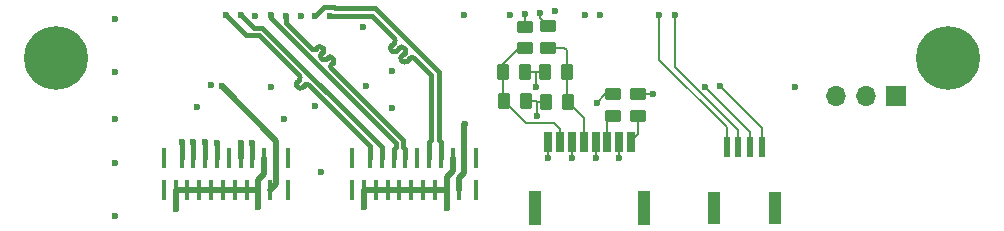
<source format=gtl>
%TF.GenerationSoftware,KiCad,Pcbnew,9.0.4*%
%TF.CreationDate,2025-11-20T16:12:11-08:00*%
%TF.ProjectId,hadron_io_breakouts,68616472-6f6e-45f6-996f-5f627265616b,rev?*%
%TF.SameCoordinates,Original*%
%TF.FileFunction,Copper,L1,Top*%
%TF.FilePolarity,Positive*%
%FSLAX46Y46*%
G04 Gerber Fmt 4.6, Leading zero omitted, Abs format (unit mm)*
G04 Created by KiCad (PCBNEW 9.0.4) date 2025-11-20 16:12:11*
%MOMM*%
%LPD*%
G01*
G04 APERTURE LIST*
G04 Aperture macros list*
%AMRoundRect*
0 Rectangle with rounded corners*
0 $1 Rounding radius*
0 $2 $3 $4 $5 $6 $7 $8 $9 X,Y pos of 4 corners*
0 Add a 4 corners polygon primitive as box body*
4,1,4,$2,$3,$4,$5,$6,$7,$8,$9,$2,$3,0*
0 Add four circle primitives for the rounded corners*
1,1,$1+$1,$2,$3*
1,1,$1+$1,$4,$5*
1,1,$1+$1,$6,$7*
1,1,$1+$1,$8,$9*
0 Add four rect primitives between the rounded corners*
20,1,$1+$1,$2,$3,$4,$5,0*
20,1,$1+$1,$4,$5,$6,$7,0*
20,1,$1+$1,$6,$7,$8,$9,0*
20,1,$1+$1,$8,$9,$2,$3,0*%
G04 Aperture macros list end*
%TA.AperFunction,SMDPad,CuDef*%
%ADD10R,1.092200X2.895600*%
%TD*%
%TA.AperFunction,SMDPad,CuDef*%
%ADD11R,0.660400X1.701800*%
%TD*%
%TA.AperFunction,SMDPad,CuDef*%
%ADD12RoundRect,0.250000X0.450000X-0.262500X0.450000X0.262500X-0.450000X0.262500X-0.450000X-0.262500X0*%
%TD*%
%TA.AperFunction,SMDPad,CuDef*%
%ADD13RoundRect,0.250000X-0.262500X-0.450000X0.262500X-0.450000X0.262500X0.450000X-0.262500X0.450000X0*%
%TD*%
%TA.AperFunction,ComponentPad*%
%ADD14C,0.800000*%
%TD*%
%TA.AperFunction,ComponentPad*%
%ADD15C,5.400000*%
%TD*%
%TA.AperFunction,SMDPad,CuDef*%
%ADD16R,0.300000X1.800000*%
%TD*%
%TA.AperFunction,SMDPad,CuDef*%
%ADD17RoundRect,0.250000X0.262500X0.450000X-0.262500X0.450000X-0.262500X-0.450000X0.262500X-0.450000X0*%
%TD*%
%TA.AperFunction,SMDPad,CuDef*%
%ADD18R,0.600000X1.700000*%
%TD*%
%TA.AperFunction,SMDPad,CuDef*%
%ADD19R,1.000000X2.800000*%
%TD*%
%TA.AperFunction,ComponentPad*%
%ADD20R,1.700000X1.700000*%
%TD*%
%TA.AperFunction,ComponentPad*%
%ADD21O,1.700000X1.700000*%
%TD*%
%TA.AperFunction,ViaPad*%
%ADD22C,0.600000*%
%TD*%
%TA.AperFunction,Conductor*%
%ADD23C,0.500000*%
%TD*%
%TA.AperFunction,Conductor*%
%ADD24C,0.200000*%
%TD*%
%TA.AperFunction,Conductor*%
%ADD25C,0.425600*%
%TD*%
%TA.AperFunction,Conductor*%
%ADD26C,0.420000*%
%TD*%
G04 APERTURE END LIST*
D10*
%TO.P,J6,*%
%TO.N,*%
X74800000Y-37708574D03*
X65600000Y-37733340D03*
D11*
%TO.P,J6,1,1*%
%TO.N,SBC_GPIO13*%
X73700000Y-32100000D03*
%TO.P,J6,2,2*%
%TO.N,GND*%
X72700000Y-32100000D03*
%TO.P,J6,3,3*%
%TO.N,SBC_GPIO12*%
X71699999Y-32100000D03*
%TO.P,J6,4,4*%
%TO.N,GND*%
X70700001Y-32100000D03*
%TO.P,J6,5,5*%
%TO.N,SBC_GPIO11*%
X69700000Y-32100000D03*
%TO.P,J6,6,6*%
%TO.N,GND*%
X68700000Y-32100000D03*
%TO.P,J6,7,7*%
%TO.N,SBC_GPIO10*%
X67700000Y-32100000D03*
%TO.P,J6,8,8*%
%TO.N,GND*%
X66700000Y-32100000D03*
%TD*%
D12*
%TO.P,R4,1*%
%TO.N,SBC_GPIO13*%
X74325000Y-29912500D03*
%TO.P,R4,2*%
%TO.N,Net-(J4-Pad5)*%
X74325000Y-28087500D03*
%TD*%
%TO.P,R3,1*%
%TO.N,SBC_GPIO12*%
X72175000Y-29912500D03*
%TO.P,R3,2*%
%TO.N,Net-(J4-Pad3)*%
X72175000Y-28087500D03*
%TD*%
D13*
%TO.P,R1,1*%
%TO.N,GND*%
X66537500Y-28725000D03*
%TO.P,R1,2*%
%TO.N,SBC_GPIO11*%
X68362500Y-28725000D03*
%TD*%
D12*
%TO.P,R7,1*%
%TO.N,SBC_GPIO11*%
X66700000Y-24137500D03*
%TO.P,R7,2*%
%TO.N,Net-(J4-Pad6)*%
X66700000Y-22312500D03*
%TD*%
%TO.P,R8,1*%
%TO.N,SBC_GPIO10*%
X64750000Y-24187500D03*
%TO.P,R8,2*%
%TO.N,Net-(J4-Pad4)*%
X64750000Y-22362500D03*
%TD*%
D14*
%TO.P,REF\u002A\u002A,1*%
%TO.N,N/C*%
X98515000Y-25000000D03*
X99108109Y-23568109D03*
X99108109Y-26431891D03*
X100540000Y-22975000D03*
D15*
X100540000Y-25000000D03*
D14*
X100540000Y-27025000D03*
X101971891Y-23568109D03*
X101971891Y-26431891D03*
X102565000Y-25000000D03*
%TD*%
D16*
%TO.P,J1,1,1*%
%TO.N,USB1 VBUS*%
X43650000Y-33450000D03*
%TO.P,J1,2,2*%
X43150000Y-36150000D03*
%TO.P,J1,3,3*%
%TO.N,GND*%
X42650000Y-33450000D03*
%TO.P,J1,4,4*%
X42150000Y-36150000D03*
%TO.P,J1,5,5*%
%TO.N,USB1_D_N*%
X41650000Y-33450000D03*
%TO.P,J1,6,6*%
%TO.N,GND*%
X41150000Y-36150000D03*
%TO.P,J1,7,7*%
%TO.N,USB1_D_P*%
X40650000Y-33450000D03*
%TO.P,J1,8,8*%
%TO.N,GND*%
X40150000Y-36150000D03*
%TO.P,J1,9,9*%
%TO.N,unconnected-(J1-Pad9)*%
X39650000Y-33450000D03*
%TO.P,J1,10,10*%
%TO.N,GND*%
X39150000Y-36150000D03*
%TO.P,J1,11,11*%
%TO.N,USB1_TX_N*%
X38650000Y-33450000D03*
%TO.P,J1,12,12*%
%TO.N,GND*%
X38150000Y-36150000D03*
%TO.P,J1,13,13*%
%TO.N,USB1_TX_P*%
X37650000Y-33450000D03*
%TO.P,J1,14,14*%
%TO.N,GND*%
X37150000Y-36150000D03*
%TO.P,J1,15,15*%
%TO.N,USB1_RX_N*%
X36650000Y-33450000D03*
%TO.P,J1,16,16*%
%TO.N,GND*%
X36150000Y-36150000D03*
%TO.P,J1,17,17*%
%TO.N,USB1_RX_P*%
X35650000Y-33450000D03*
%TO.P,J1,18,18*%
%TO.N,GND*%
X35150000Y-36150000D03*
%TO.P,J1,S1*%
%TO.N,N/C*%
X44650000Y-33450000D03*
%TO.P,J1,S2*%
X44650000Y-36150000D03*
%TO.P,J1,S3*%
X34150000Y-36150000D03*
%TO.P,J1,S4*%
X34150000Y-33450000D03*
%TD*%
D17*
%TO.P,R5,1*%
%TO.N,SBC_GPIO11*%
X68250000Y-26150000D03*
%TO.P,R5,2*%
%TO.N,3.3v*%
X66425000Y-26150000D03*
%TD*%
D18*
%TO.P,J5,1,1*%
%TO.N,SBC_RS232-0-Tx*%
X81800000Y-32550000D03*
%TO.P,J5,2,2*%
%TO.N,SBC_RS232-0-Rx*%
X82800000Y-32550000D03*
%TO.P,J5,3,3*%
%TO.N,SBC_RS232-1-Tx*%
X83800000Y-32550000D03*
%TO.P,J5,4,4*%
%TO.N,SBC_RS232-1-Rx*%
X84800000Y-32550000D03*
D19*
%TO.P,J5,MP1,MP1*%
%TO.N,unconnected-(J5-PadMP1)*%
X80700000Y-37700000D03*
%TO.P,J5,MP2,MP2*%
%TO.N,unconnected-(J5-PadMP2)*%
X85900000Y-37700000D03*
%TD*%
D14*
%TO.P,REF\u002A\u002A,1*%
%TO.N,N/C*%
X22975000Y-25000000D03*
X23568109Y-23568109D03*
X23568109Y-26431891D03*
X25000000Y-22975000D03*
D15*
X25000000Y-25000000D03*
D14*
X25000000Y-27025000D03*
X26431891Y-23568109D03*
X26431891Y-26431891D03*
X27025000Y-25000000D03*
%TD*%
D16*
%TO.P,J3,1,1*%
%TO.N,USB0 VBUS*%
X59600000Y-33450000D03*
%TO.P,J3,2,2*%
X59100000Y-36150000D03*
%TO.P,J3,3,3*%
%TO.N,GND*%
X58600000Y-33450000D03*
%TO.P,J3,4,4*%
X58100000Y-36150000D03*
%TO.P,J3,5,5*%
%TO.N,USB0_D_N*%
X57600000Y-33450000D03*
%TO.P,J3,6,6*%
%TO.N,GND*%
X57100000Y-36150000D03*
%TO.P,J3,7,7*%
%TO.N,USB0_D_P*%
X56600000Y-33450000D03*
%TO.P,J3,8,8*%
%TO.N,GND*%
X56100000Y-36150000D03*
%TO.P,J3,9,9*%
%TO.N,unconnected-(J3-Pad9)*%
X55600000Y-33450000D03*
%TO.P,J3,10,10*%
%TO.N,GND*%
X55100000Y-36150000D03*
%TO.P,J3,11,11*%
%TO.N,USB0_TX_N*%
X54600000Y-33450000D03*
%TO.P,J3,12,12*%
%TO.N,GND*%
X54100000Y-36150000D03*
%TO.P,J3,13,13*%
%TO.N,USB0_TX_P*%
X53600000Y-33450000D03*
%TO.P,J3,14,14*%
%TO.N,GND*%
X53100000Y-36150000D03*
%TO.P,J3,15,15*%
%TO.N,USB0_RX_N*%
X52600000Y-33450000D03*
%TO.P,J3,16,16*%
%TO.N,GND*%
X52100000Y-36150000D03*
%TO.P,J3,17,17*%
%TO.N,USB0_RX_P*%
X51600000Y-33450000D03*
%TO.P,J3,18,18*%
%TO.N,GND*%
X51100000Y-36150000D03*
%TO.P,J3,S1*%
%TO.N,N/C*%
X60600000Y-33450000D03*
%TO.P,J3,S2*%
X60600000Y-36150000D03*
%TO.P,J3,S3*%
X50100000Y-36150000D03*
%TO.P,J3,S4*%
X50100000Y-33450000D03*
%TD*%
D13*
%TO.P,R6,1*%
%TO.N,SBC_GPIO10*%
X62875000Y-26150000D03*
%TO.P,R6,2*%
%TO.N,3.3v*%
X64700000Y-26150000D03*
%TD*%
D20*
%TO.P,J7,1,Pin_1*%
%TO.N,SBC_Debug-Rx*%
X96150000Y-28225000D03*
D21*
%TO.P,J7,2,Pin_2*%
%TO.N,SBC_Debug-Tx*%
X93610000Y-28225000D03*
%TO.P,J7,3,Pin_3*%
%TO.N,GND*%
X91070000Y-28225000D03*
%TD*%
D17*
%TO.P,R2,1*%
%TO.N,GND*%
X64812500Y-28675000D03*
%TO.P,R2,2*%
%TO.N,SBC_GPIO10*%
X62987500Y-28675000D03*
%TD*%
D22*
%TO.N,USB1 VBUS*%
X39050000Y-27400000D03*
%TO.N,GND*%
X42150000Y-37650000D03*
X50975000Y-22350000D03*
X30050000Y-26200000D03*
X51100000Y-37625000D03*
X67269000Y-21006000D03*
X46975000Y-29050735D03*
X51250000Y-27350000D03*
X36975000Y-29125000D03*
X30025000Y-33875000D03*
X44350000Y-30125000D03*
X41900000Y-21450000D03*
X53450000Y-29200000D03*
X43185754Y-27446415D03*
X71050000Y-21400000D03*
X66700000Y-33475000D03*
X53475000Y-26125000D03*
X72700000Y-33475000D03*
X68700000Y-33475000D03*
X63459000Y-21400000D03*
X70700000Y-33475000D03*
X30050000Y-38350000D03*
X87575000Y-27425000D03*
X47450000Y-34625000D03*
X59600000Y-21350000D03*
X30050000Y-21675000D03*
X58100000Y-37700000D03*
X65750000Y-29925000D03*
X30050000Y-30125000D03*
X35150000Y-37750000D03*
X38100000Y-27300000D03*
X45725000Y-21450000D03*
%TO.N,USB1_D_P*%
X40650000Y-32225000D03*
%TO.N,USB1_RX_N*%
X36650000Y-32100000D03*
%TO.N,USB1_D_N*%
X41650000Y-32200000D03*
%TO.N,USB1_TX_N*%
X38650000Y-32175000D03*
%TO.N,USB1_TX_P*%
X37625000Y-32150000D03*
%TO.N,USB1_RX_P*%
X35650000Y-32125000D03*
%TO.N,USB0_TX_N*%
X44500000Y-21425000D03*
%TO.N,USB0_D_P*%
X48250000Y-21425000D03*
%TO.N,USB0 VBUS*%
X59625000Y-30575000D03*
%TO.N,USB0_TX_P*%
X43200000Y-21375000D03*
%TO.N,USB0_D_N*%
X46975000Y-21425000D03*
%TO.N,USB0_RX_N*%
X40650000Y-21375000D03*
%TO.N,USB0_RX_P*%
X39375000Y-21375000D03*
%TO.N,SBC_RS232-1-Rx*%
X81275000Y-27400000D03*
%TO.N,SBC_RS232-0-Tx*%
X76100000Y-21400000D03*
%TO.N,SBC_RS232-0-Rx*%
X77425000Y-21375000D03*
%TO.N,SBC_RS232-1-Tx*%
X79961765Y-27438235D03*
%TO.N,Net-(J4-Pad5)*%
X75600000Y-28050000D03*
%TO.N,Net-(J4-Pad3)*%
X70850000Y-28775000D03*
%TO.N,Net-(J4-Pad4)*%
X64725000Y-21250000D03*
%TO.N,Net-(J4-Pad6)*%
X65999000Y-21226000D03*
%TO.N,3.3v*%
X65675000Y-27425000D03*
X69825000Y-21400000D03*
%TD*%
D23*
%TO.N,USB1 VBUS*%
X39050000Y-27400000D02*
X43650000Y-32000000D01*
X43150000Y-36150000D02*
X43650000Y-35650000D01*
X43650000Y-32000000D02*
X43650000Y-33450000D01*
X43650000Y-35650000D02*
X43650000Y-33450000D01*
D24*
%TO.N,GND*%
X65725000Y-28675000D02*
X65775000Y-28725000D01*
X64812500Y-28675000D02*
X65725000Y-28675000D01*
D23*
X51100000Y-36150000D02*
X52100000Y-36150000D01*
X35150000Y-36150000D02*
X35150000Y-37750000D01*
D24*
X70700001Y-33474999D02*
X70700000Y-33475000D01*
D23*
X42150000Y-36150000D02*
X41150000Y-36150000D01*
D24*
X65750000Y-29925000D02*
X65750000Y-28750000D01*
X65775000Y-28725000D02*
X66537500Y-28725000D01*
X68700000Y-32100000D02*
X68700000Y-33475000D01*
X66700000Y-32100000D02*
X66700000Y-33475000D01*
D23*
X57100000Y-36150000D02*
X58100000Y-36150000D01*
X42150000Y-36150000D02*
X42150000Y-37650000D01*
X39150000Y-36150000D02*
X40150000Y-36150000D01*
X54100000Y-36150000D02*
X55100000Y-36150000D01*
X58100000Y-36150000D02*
X58100000Y-35050000D01*
X58100000Y-36150000D02*
X58100000Y-37700000D01*
X35150000Y-36150000D02*
X36150000Y-36150000D01*
X42650000Y-33450000D02*
X42650000Y-34850000D01*
D24*
X65750000Y-28750000D02*
X65775000Y-28725000D01*
D23*
X51100000Y-37625000D02*
X51100000Y-36150000D01*
X42150000Y-35350000D02*
X42150000Y-36150000D01*
X58600000Y-34550000D02*
X58600000Y-33450000D01*
D24*
X66537500Y-28725000D02*
X66537500Y-29137500D01*
D23*
X36150000Y-36150000D02*
X37150000Y-36150000D01*
X38150000Y-36150000D02*
X39150000Y-36150000D01*
D24*
X70700001Y-32100000D02*
X70700001Y-33474999D01*
D23*
X56100000Y-36150000D02*
X57100000Y-36150000D01*
X53100000Y-36150000D02*
X54100000Y-36150000D01*
X42650000Y-34850000D02*
X42150000Y-35350000D01*
X55100000Y-36150000D02*
X56100000Y-36150000D01*
X37150000Y-36150000D02*
X38150000Y-36150000D01*
X58100000Y-35050000D02*
X58600000Y-34550000D01*
D24*
X72700000Y-32100000D02*
X72700000Y-33475000D01*
D23*
X52100000Y-36150000D02*
X53100000Y-36150000D01*
X40150000Y-36150000D02*
X41150000Y-36150000D01*
%TO.N,USB1_D_P*%
X40650000Y-33450000D02*
X40650000Y-32225000D01*
D25*
%TO.N,USB1_RX_N*%
X36650000Y-33450000D02*
X36650000Y-32100000D01*
X36650000Y-32100000D02*
X36650000Y-32099999D01*
%TO.N,USB1_D_N*%
X41650000Y-32200000D02*
X41650000Y-33450000D01*
%TO.N,USB1_TX_N*%
X38650000Y-33450000D02*
X38650000Y-32175000D01*
X38650000Y-32175000D02*
X38650000Y-32099999D01*
%TO.N,USB1_TX_P*%
X37650000Y-32175000D02*
X37625000Y-32150000D01*
X37650000Y-32125000D02*
X37650000Y-32099999D01*
X37650000Y-33450000D02*
X37650000Y-32175000D01*
X37625000Y-32150000D02*
X37650000Y-32125000D01*
%TO.N,USB1_RX_P*%
X35650000Y-32125000D02*
X35650000Y-32099999D01*
X35650000Y-33450000D02*
X35650000Y-32125000D01*
D24*
%TO.N,USB0_TX_N*%
X44500000Y-21500000D02*
X44500000Y-21425000D01*
D26*
X54411600Y-31975458D02*
X54411600Y-32511600D01*
X48323086Y-25886945D02*
X48410768Y-25974626D01*
X54411600Y-32511600D02*
X54600000Y-32700000D01*
X47007868Y-24221002D02*
X47142968Y-24085903D01*
X48410768Y-25974626D02*
X48465863Y-26029721D01*
X47446274Y-25010133D02*
X47533956Y-25097814D01*
X47884680Y-25097814D02*
X48019754Y-24962741D01*
X47493692Y-24085902D02*
X47581373Y-24173583D01*
X48458160Y-25401147D02*
X48323085Y-25536219D01*
X44500000Y-22063858D02*
X46657144Y-24221002D01*
X44500000Y-21425000D02*
X44500000Y-22063858D01*
X48370478Y-24962740D02*
X48458159Y-25050421D01*
X54600000Y-32700000D02*
X54600000Y-33450000D01*
X48465863Y-26029721D02*
X54411600Y-31975458D01*
X47581374Y-24524309D02*
X47446273Y-24659407D01*
X46657144Y-24221002D02*
G75*
G03*
X47007868Y-24221002I175362J175360D01*
G01*
X47533956Y-25097814D02*
G75*
G03*
X47884680Y-25097814I175362J175360D01*
G01*
X48323085Y-25536219D02*
G75*
G03*
X48323067Y-25886963I175415J-175381D01*
G01*
X48019754Y-24962741D02*
G75*
G02*
X48370461Y-24962756I175346J-175359D01*
G01*
X48458159Y-25050421D02*
G75*
G02*
X48458176Y-25401162I-175359J-175379D01*
G01*
X47142968Y-24085903D02*
G75*
G02*
X47493662Y-24085932I175332J-175397D01*
G01*
X47581373Y-24173583D02*
G75*
G02*
X47581328Y-24524262I-175373J-175317D01*
G01*
X47446273Y-24659407D02*
G75*
G03*
X47446243Y-25010164I175327J-175393D01*
G01*
%TO.N,USB0_D_P*%
X54349460Y-25272765D02*
X54261778Y-25185083D01*
X51737730Y-21425000D02*
X48250000Y-21425000D01*
X53564578Y-23251848D02*
X53409001Y-23096271D01*
X56788400Y-26475670D02*
X55318204Y-25005474D01*
X53652258Y-23339528D02*
X53564578Y-23251848D01*
X54261779Y-24834359D02*
X54529070Y-24567065D01*
X54967478Y-25005473D02*
X54700186Y-25272766D01*
X56600000Y-32099999D02*
X56788400Y-31911599D01*
X53384966Y-23957546D02*
X53652257Y-23690252D01*
X54090665Y-24128660D02*
X53823373Y-24395953D01*
X56788400Y-31911599D02*
X56788400Y-26475670D01*
X56600000Y-33450000D02*
X56600000Y-32099999D01*
X53409001Y-23096271D02*
X51737730Y-21425000D01*
X54529071Y-24216341D02*
X54441391Y-24128661D01*
X53472647Y-24395952D02*
X53384965Y-24308270D01*
X54441391Y-24128661D02*
G75*
G03*
X54090637Y-24128632I-175391J-175339D01*
G01*
X53823373Y-24395953D02*
G75*
G02*
X53472636Y-24395963I-175373J175353D01*
G01*
X53652257Y-23690252D02*
G75*
G03*
X53652248Y-23339539I-175357J175352D01*
G01*
X53384965Y-24308270D02*
G75*
G02*
X53384957Y-23957537I175335J175370D01*
G01*
X54529070Y-24567065D02*
G75*
G03*
X54529074Y-24216339I-175370J175365D01*
G01*
X55318204Y-25005474D02*
G75*
G03*
X54967437Y-25005432I-175404J-175326D01*
G01*
X54261778Y-25185083D02*
G75*
G02*
X54261757Y-24834337I175322J175383D01*
G01*
X54700186Y-25272766D02*
G75*
G02*
X54349437Y-25272789I-175386J175366D01*
G01*
D23*
%TO.N,USB0 VBUS*%
X59100000Y-35200000D02*
X59100000Y-36150000D01*
X59600000Y-33450000D02*
X59600000Y-34700000D01*
X59600000Y-34700000D02*
X59100000Y-35200000D01*
X59600000Y-30600000D02*
X59600000Y-33450000D01*
X59625000Y-30575000D02*
X59600000Y-30600000D01*
D26*
%TO.N,USB0_TX_P*%
X53788400Y-32229070D02*
X43200000Y-21640670D01*
X53788400Y-32511600D02*
X53788400Y-32229070D01*
X53600000Y-32700000D02*
X53788400Y-32511600D01*
X43200000Y-21640670D02*
X43200000Y-21375000D01*
X53600000Y-33450000D02*
X53600000Y-32700000D01*
%TO.N,USB0_D_N*%
X48544092Y-20715000D02*
X47685000Y-20715000D01*
X57600000Y-32099999D02*
X57411600Y-31911599D01*
X57411600Y-26217530D02*
X51999070Y-20805000D01*
X57600000Y-33450000D02*
X57600000Y-32099999D01*
X48634092Y-20805000D02*
X48544092Y-20715000D01*
X57411600Y-31911599D02*
X57411600Y-26217530D01*
X47685000Y-20715000D02*
X46975000Y-21425000D01*
X51999070Y-20805000D02*
X48634092Y-20805000D01*
%TO.N,USB0_RX_N*%
X41750335Y-22475335D02*
X40650000Y-21375000D01*
X52600000Y-33450000D02*
X52600000Y-32575000D01*
X52600000Y-32575000D02*
X42500335Y-22475335D01*
X42500335Y-22475335D02*
X41750335Y-22475335D01*
%TO.N,USB0_RX_P*%
X45630816Y-26482628D02*
X45543136Y-26394948D01*
X45486879Y-26338691D02*
X42243523Y-23095335D01*
X42243523Y-23095335D02*
X41095335Y-23095335D01*
X45408532Y-27055638D02*
X45630815Y-26833352D01*
X46069223Y-27271760D02*
X45846939Y-27494045D01*
X45496213Y-27494044D02*
X45408531Y-27406362D01*
X51600000Y-33450000D02*
X51600000Y-32451812D01*
X51600000Y-32451812D02*
X46419949Y-27271761D01*
X41095335Y-23095335D02*
X39375000Y-21375000D01*
X45543136Y-26394948D02*
X45486879Y-26338691D01*
X46419949Y-27271761D02*
G75*
G03*
X46069238Y-27271774I-175349J-175339D01*
G01*
X45846939Y-27494045D02*
G75*
G02*
X45496237Y-27494021I-175339J175345D01*
G01*
X45408531Y-27406362D02*
G75*
G02*
X45408531Y-27055637I175369J175362D01*
G01*
X45630815Y-26833352D02*
G75*
G03*
X45630806Y-26482639I-175315J175352D01*
G01*
D24*
%TO.N,SBC_RS232-1-Rx*%
X81275000Y-27400000D02*
X84800000Y-30925000D01*
X84800000Y-30925000D02*
X84800000Y-32550000D01*
%TO.N,SBC_RS232-0-Tx*%
X76100000Y-25150000D02*
X81800000Y-30850000D01*
X81800000Y-30850000D02*
X81800000Y-32550000D01*
X76100000Y-21400000D02*
X76100000Y-25150000D01*
%TO.N,SBC_RS232-0-Rx*%
X82800000Y-31125000D02*
X82800000Y-32550000D01*
X77425000Y-25750000D02*
X82800000Y-31125000D01*
X77425000Y-21375000D02*
X77425000Y-25750000D01*
%TO.N,SBC_RS232-1-Tx*%
X79961765Y-27438235D02*
X83800000Y-31276470D01*
X83800000Y-31276470D02*
X83800000Y-32550000D01*
%TO.N,SBC_GPIO11*%
X68037500Y-24137500D02*
X68250000Y-24350000D01*
X68250000Y-24350000D02*
X68250000Y-26150000D01*
X68250000Y-26150000D02*
X68250000Y-28612500D01*
X66700000Y-24137500D02*
X68037500Y-24137500D01*
X69700000Y-30062500D02*
X69700000Y-32100000D01*
X68250000Y-28612500D02*
X68362500Y-28725000D01*
X68362500Y-28725000D02*
X69700000Y-30062500D01*
%TO.N,Net-(J4-Pad5)*%
X75600000Y-28050000D02*
X75562500Y-28087500D01*
X75562500Y-28087500D02*
X74325000Y-28087500D01*
%TO.N,SBC_GPIO10*%
X64837500Y-30525000D02*
X67200000Y-30525000D01*
X62875000Y-25500000D02*
X62875000Y-26150000D01*
X67200000Y-30525000D02*
X67700000Y-31025000D01*
X64187500Y-24187500D02*
X62875000Y-25500000D01*
X62875000Y-28562500D02*
X62987500Y-28675000D01*
X62987500Y-28675000D02*
X64837500Y-30525000D01*
X67700000Y-31025000D02*
X67700000Y-32100000D01*
X64750000Y-24187500D02*
X64187500Y-24187500D01*
X62875000Y-26150000D02*
X62875000Y-28562500D01*
%TO.N,Net-(J4-Pad3)*%
X72175000Y-28087500D02*
X71537500Y-28087500D01*
X71537500Y-28087500D02*
X70850000Y-28775000D01*
%TO.N,SBC_GPIO13*%
X74325000Y-31475000D02*
X73700000Y-32100000D01*
X74325000Y-29912500D02*
X74325000Y-31475000D01*
%TO.N,Net-(J4-Pad4)*%
X64750000Y-21275000D02*
X64750000Y-22362500D01*
X64725000Y-21250000D02*
X64750000Y-21275000D01*
%TO.N,SBC_GPIO12*%
X71699999Y-30387501D02*
X71699999Y-32100000D01*
X72175000Y-29912500D02*
X71699999Y-30387501D01*
%TO.N,Net-(J4-Pad6)*%
X65999000Y-21611500D02*
X66700000Y-22312500D01*
X65999000Y-21226000D02*
X65999000Y-21611500D01*
%TO.N,3.3v*%
X65550000Y-26150000D02*
X65675000Y-26275000D01*
X65550000Y-26150000D02*
X66425000Y-26150000D01*
X65675000Y-26275000D02*
X65675000Y-27425000D01*
X65550000Y-26150000D02*
X64700000Y-26150000D01*
%TD*%
M02*

</source>
